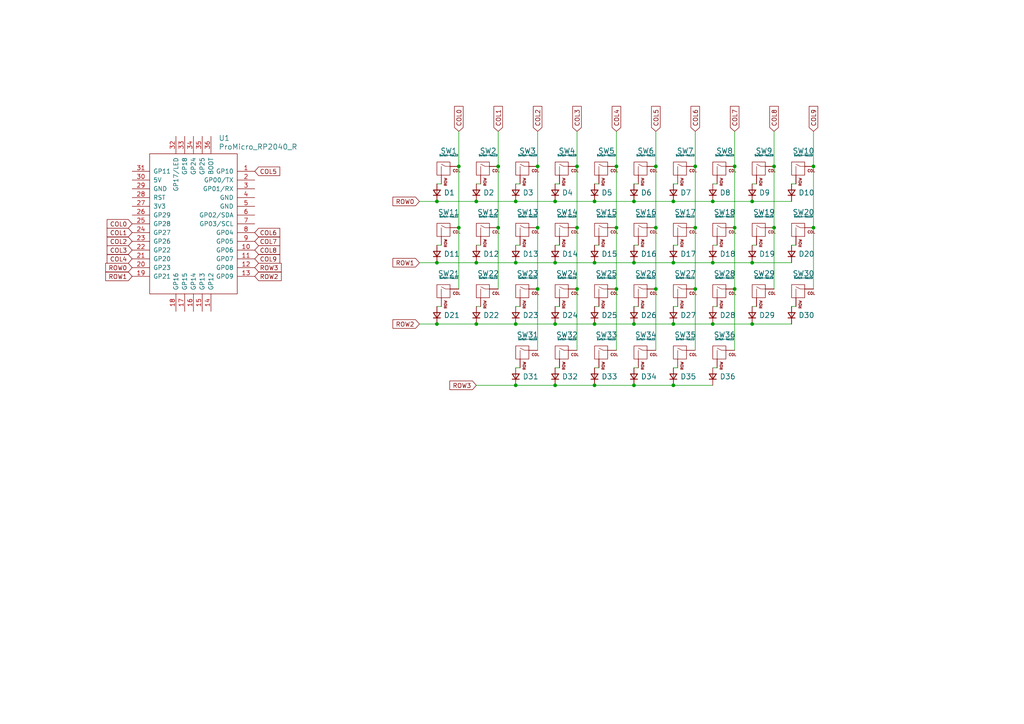
<source format=kicad_sch>
(kicad_sch (version 20230121) (generator eeschema)
  (paper "A4")
  (lib_symbols
    (symbol "KBD:Diode" (pin_numbers hide) (pin_names (offset 1.016) hide)
      (property "Reference" "D" (at -3.81 -1.27 90))
      (symbol "Diode_0_1"
        (polyline (pts (xy -0.762 -2.286) (xy -0.762 -0.254)) (stroke (width 0.254)))
        (polyline (pts (xy -0.762 -1.27) (xy 0.762 -1.27)))
        (polyline (pts (xy 0.762 -2.286) (xy -0.762 -1.27) (xy 0.762 -0.254) (xy 0.762 -2.286)) (stroke (width 0.254)))
      )
      (symbol "Diode_1_1"
        (pin passive line (at -2.54 -1.27 0) (length 1.778) (name "K") (number "1"))
        (pin passive line (at 2.54 -1.27 180) (length 1.778) (name "A") (number "2"))
      )
    )
    (symbol "KBD:ProMicro_RP2040_R" (pin_names (offset 1.016))
      (property "Reference" "U" (at 0 27.94 0))
      (property "Value" "ProMicro_RP2040_R" (at 0 -29.21 0))
      (symbol "ProMicro_RP2040_R_0_1"
        (rectangle (start -12.7 -20.32) (end 12.7 20.32))
      )
      (symbol "ProMicro_RP2040_R_1_1"
        (pin bidirectional line (at 17.78 15.24 180) (length 5.08) (name "GP10") (number "1"))
        (pin bidirectional line (at 17.78 -7.62 180) (length 5.08) (name "GP06") (number "10"))
        (pin bidirectional line (at 17.78 -10.16 180) (length 5.08) (name "GP07") (number "11"))
        (pin bidirectional line (at 17.78 -12.7 180) (length 5.08) (name "GP08") (number "12"))
        (pin bidirectional line (at 17.78 -15.24 180) (length 5.08) (name "GP09") (number "13"))
        (pin bidirectional line (at 5.08 -25.4 90) (length 5.08) (name "GP12") (number "14"))
        (pin bidirectional line (at 2.54 -25.4 90) (length 5.08) (name "GP13") (number "15"))
        (pin bidirectional line (at 0 -25.4 90) (length 5.08) (name "GP14") (number "16"))
        (pin bidirectional line (at -2.54 -25.4 90) (length 5.08) (name "GP15") (number "17"))
        (pin bidirectional line (at -5.08 -25.4 90) (length 5.08) (name "GP16") (number "18"))
        (pin bidirectional line (at -17.78 -15.24 0) (length 5.08) (name "GP21") (number "19"))
        (pin bidirectional line (at 17.78 12.7 180) (length 5.08) (name "GP00/TX") (number "2"))
        (pin bidirectional line (at -17.78 -12.7 0) (length 5.08) (name "GP23") (number "20"))
        (pin bidirectional line (at -17.78 -10.16 0) (length 5.08) (name "GP20") (number "21"))
        (pin bidirectional line (at -17.78 -7.62 0) (length 5.08) (name "GP22") (number "22"))
        (pin bidirectional line (at -17.78 -5.08 0) (length 5.08) (name "GP26") (number "23"))
        (pin bidirectional line (at -17.78 -2.54 0) (length 5.08) (name "GP27") (number "24"))
        (pin bidirectional line (at -17.78 0 0) (length 5.08) (name "GP28") (number "25"))
        (pin bidirectional line (at -17.78 2.54 0) (length 5.08) (name "GP29") (number "26"))
        (pin power_in line (at -17.78 5.08 0) (length 5.08) (name "3V3") (number "27"))
        (pin input line (at -17.78 7.62 0) (length 5.08) (name "RST") (number "28"))
        (pin power_in line (at -17.78 10.16 0) (length 5.08) (name "GND") (number "29"))
        (pin bidirectional line (at 17.78 10.16 180) (length 5.08) (name "GP01/RX") (number "3"))
        (pin power_out line (at -17.78 12.7 0) (length 5.08) (name "5V") (number "30"))
        (pin power_out line (at -17.78 15.24 0) (length 5.08) (name "GP11") (number "31"))
        (pin bidirectional line (at -5.08 25.4 270) (length 5.08) (name "GP17/LED") (number "32"))
        (pin bidirectional line (at -2.54 25.4 270) (length 5.08) (name "GP18") (number "33"))
        (pin bidirectional line (at 0 25.4 270) (length 5.08) (name "GP24") (number "34"))
        (pin bidirectional line (at 2.54 25.4 270) (length 5.08) (name "GP25") (number "35"))
        (pin bidirectional line (at 5.08 25.4 270) (length 5.08) (name "BOOT") (number "36"))
        (pin power_in line (at 17.78 7.62 180) (length 5.08) (name "GND") (number "4"))
        (pin power_in line (at 17.78 5.08 180) (length 5.08) (name "GND") (number "5"))
        (pin bidirectional line (at 17.78 2.54 180) (length 5.08) (name "GP02/SDA") (number "6"))
        (pin bidirectional line (at 17.78 0 180) (length 5.08) (name "GP03/SCL") (number "7"))
        (pin bidirectional line (at 17.78 -2.54 180) (length 5.08) (name "GP04") (number "8"))
        (pin bidirectional line (at 17.78 -5.08 180) (length 5.08) (name "GP05") (number "9"))
      )
    )
    (symbol "KBD:Switch-NoLED" (pin_names (offset 1.016))
      (property "Reference" "SW" (at -0.635 3.81 0))
      (property "Value" "Switch-NoLED" (at -0.635 1.27 0))
      (symbol "Switch-NoLED_0_0"
        (rectangle (start -2.54 2.54) (end 1.27 -1.27))
        (polyline (pts (xy -1.27 -1.27) (xy -1.27 1.27)) (stroke (width 0.127)))
        (polyline (pts (xy 1.27 1.27) (xy 0 1.27) (xy -1.27 1.905)) (stroke (width 0.127)))
        (text "COL" (at 3.175 0 0) (effects (font (size 0.762 0.762))))
        (text "ROW" (at 0 -1.905 900) (effects (font (size 0.762 0.762)) (justify right)))
      )
      (symbol "Switch-NoLED_1_1"
        (pin passive line (at 3.81 1.27 180) (length 2.54) (name "COL") (number "1"))
        (pin passive line (at -1.27 -3.81 90) (length 2.54) (name "ROW") (number "2"))
      )
    )
  )
  (junction (at 178.7906 83.82))
  (junction (at 195.3006 111.76))
  (junction (at 161.0106 76.2))
  (junction (at 155.9306 83.82))
  (junction (at 190.2206 66.04))
  (junction (at 183.8706 111.76))
  (junction (at 167.3606 83.82))
  (junction (at 155.9306 48.26))
  (junction (at 172.4406 93.98))
  (junction (at 155.9306 66.04))
  (junction (at 161.0106 111.76))
  (junction (at 167.3606 66.04))
  (junction (at 235.9406 66.04))
  (junction (at 178.7906 48.26))
  (junction (at 195.3006 58.42))
  (junction (at 178.7906 66.04))
  (junction (at 183.8706 76.2))
  (junction (at 183.8706 93.98))
  (junction (at 138.1506 58.42))
  (junction (at 144.5006 48.26))
  (junction (at 172.4406 76.2))
  (junction (at 206.7306 93.98))
  (junction (at 213.0806 83.82))
  (junction (at 133.0706 66.04))
  (junction (at 138.1506 76.2))
  (junction (at 201.6506 83.82))
  (junction (at 218.1606 76.2))
  (junction (at 161.0106 93.98))
  (junction (at 206.7306 58.42))
  (junction (at 195.3006 93.98))
  (junction (at 149.5806 58.42))
  (junction (at 213.0806 48.26))
  (junction (at 218.1606 93.98))
  (junction (at 133.0706 48.26))
  (junction (at 149.5806 93.98))
  (junction (at 138.1506 93.98))
  (junction (at 126.7206 93.98))
  (junction (at 172.4406 111.76))
  (junction (at 190.2206 83.82))
  (junction (at 149.5806 111.76))
  (junction (at 190.2206 48.26))
  (junction (at 183.8706 58.42))
  (junction (at 144.5006 66.04))
  (junction (at 161.0106 58.42))
  (junction (at 126.7206 58.42))
  (junction (at 206.7306 76.2))
  (junction (at 213.0806 66.04))
  (junction (at 172.4406 58.42))
  (junction (at 167.3606 48.26))
  (junction (at 224.5106 66.04))
  (junction (at 235.9406 48.26))
  (junction (at 149.5806 76.2))
  (junction (at 195.3006 76.2))
  (junction (at 126.7206 76.2))
  (junction (at 201.6506 48.26))
  (junction (at 224.5106 48.26))
  (junction (at 218.1606 58.42))
  (junction (at 201.6506 66.04))
  (wire (pts (xy 190.2206 83.82) (xy 190.2206 101.6)))
  (wire (pts (xy 144.5006 48.26) (xy 144.5006 66.04)))
  (wire (pts (xy 149.5806 93.98) (xy 161.0106 93.98)))
  (wire (pts (xy 161.0106 76.2) (xy 172.4406 76.2)))
  (wire (pts (xy 218.1606 88.9) (xy 219.4306 88.9)))
  (wire (pts (xy 121.6406 58.42) (xy 126.7206 58.42)))
  (wire (pts (xy 149.5806 71.12) (xy 150.8506 71.12)))
  (wire (pts (xy 133.0706 66.04) (xy 133.0706 83.82)))
  (wire (pts (xy 235.9406 38.1) (xy 235.9406 48.26)))
  (wire (pts (xy 161.0106 111.76) (xy 172.4406 111.76)))
  (wire (pts (xy 195.3006 58.42) (xy 206.7306 58.42)))
  (wire (pts (xy 183.8706 76.2) (xy 195.3006 76.2)))
  (wire (pts (xy 213.0806 83.82) (xy 213.0806 101.6)))
  (wire (pts (xy 190.2206 66.04) (xy 190.2206 83.82)))
  (wire (pts (xy 201.6506 48.26) (xy 201.6506 66.04)))
  (wire (pts (xy 195.3006 71.12) (xy 196.5706 71.12)))
  (wire (pts (xy 218.1606 58.42) (xy 229.5906 58.42)))
  (wire (pts (xy 138.1506 93.98) (xy 149.5806 93.98)))
  (wire (pts (xy 155.9306 66.04) (xy 155.9306 83.82)))
  (wire (pts (xy 161.0106 71.12) (xy 162.2806 71.12)))
  (wire (pts (xy 138.1506 58.42) (xy 149.5806 58.42)))
  (wire (pts (xy 213.0806 48.26) (xy 213.0806 66.04)))
  (wire (pts (xy 218.1606 53.34) (xy 219.4306 53.34)))
  (wire (pts (xy 172.4406 88.9) (xy 173.7106 88.9)))
  (wire (pts (xy 126.7206 58.42) (xy 138.1506 58.42)))
  (wire (pts (xy 195.3006 76.2) (xy 206.7306 76.2)))
  (wire (pts (xy 126.7206 88.9) (xy 127.9906 88.9)))
  (wire (pts (xy 161.0106 53.34) (xy 162.2806 53.34)))
  (wire (pts (xy 155.9306 38.1) (xy 155.9306 48.26)))
  (wire (pts (xy 121.6406 76.2) (xy 126.7206 76.2)))
  (wire (pts (xy 190.2206 48.26) (xy 190.2206 66.04)))
  (wire (pts (xy 218.1606 76.2) (xy 229.5906 76.2)))
  (wire (pts (xy 161.0106 106.68) (xy 162.2806 106.68)))
  (wire (pts (xy 149.5806 111.76) (xy 161.0106 111.76)))
  (wire (pts (xy 183.8706 53.34) (xy 185.1406 53.34)))
  (wire (pts (xy 133.0706 38.1) (xy 133.0706 48.26)))
  (wire (pts (xy 213.0806 38.1) (xy 213.0806 48.26)))
  (wire (pts (xy 201.6506 66.04) (xy 201.6506 83.82)))
  (wire (pts (xy 224.5106 66.04) (xy 224.5106 83.82)))
  (wire (pts (xy 183.8706 71.12) (xy 185.1406 71.12)))
  (wire (pts (xy 149.5806 88.9) (xy 150.8506 88.9)))
  (wire (pts (xy 218.1606 71.12) (xy 219.4306 71.12)))
  (wire (pts (xy 126.7206 93.98) (xy 138.1506 93.98)))
  (wire (pts (xy 206.7306 88.9) (xy 208.0006 88.9)))
  (wire (pts (xy 206.7306 71.12) (xy 208.0006 71.12)))
  (wire (pts (xy 167.3606 83.82) (xy 167.3606 101.6)))
  (wire (pts (xy 206.7306 93.98) (xy 218.1606 93.98)))
  (wire (pts (xy 144.5006 66.04) (xy 144.5006 83.82)))
  (wire (pts (xy 178.7906 83.82) (xy 178.7906 101.6)))
  (wire (pts (xy 167.3606 48.26) (xy 167.3606 66.04)))
  (wire (pts (xy 224.5106 48.26) (xy 224.5106 66.04)))
  (wire (pts (xy 172.4406 76.2) (xy 183.8706 76.2)))
  (wire (pts (xy 144.5006 38.1) (xy 144.5006 48.26)))
  (wire (pts (xy 138.1506 53.34) (xy 139.4206 53.34)))
  (wire (pts (xy 195.3006 93.98) (xy 206.7306 93.98)))
  (wire (pts (xy 206.7306 106.68) (xy 208.0006 106.68)))
  (wire (pts (xy 229.5906 88.9) (xy 230.8606 88.9)))
  (wire (pts (xy 161.0106 58.42) (xy 172.4406 58.42)))
  (wire (pts (xy 172.4406 111.76) (xy 183.8706 111.76)))
  (wire (pts (xy 126.7206 76.2) (xy 138.1506 76.2)))
  (wire (pts (xy 183.8706 88.9) (xy 185.1406 88.9)))
  (wire (pts (xy 126.7206 71.12) (xy 127.9906 71.12)))
  (wire (pts (xy 190.2206 38.1) (xy 190.2206 48.26)))
  (wire (pts (xy 178.7906 48.26) (xy 178.7906 66.04)))
  (wire (pts (xy 218.1606 93.98) (xy 229.5906 93.98)))
  (wire (pts (xy 201.6506 38.1) (xy 201.6506 48.26)))
  (wire (pts (xy 138.1506 111.76) (xy 149.5806 111.76)))
  (wire (pts (xy 206.7306 76.2) (xy 218.1606 76.2)))
  (wire (pts (xy 195.3006 111.76) (xy 206.7306 111.76)))
  (wire (pts (xy 183.8706 106.68) (xy 185.1406 106.68)))
  (wire (pts (xy 167.3606 66.04) (xy 167.3606 83.82)))
  (wire (pts (xy 178.7906 66.04) (xy 178.7906 83.82)))
  (wire (pts (xy 172.4406 93.98) (xy 183.8706 93.98)))
  (wire (pts (xy 161.0106 93.98) (xy 172.4406 93.98)))
  (wire (pts (xy 149.5806 58.42) (xy 161.0106 58.42)))
  (wire (pts (xy 172.4406 58.42) (xy 183.8706 58.42)))
  (wire (pts (xy 235.9406 48.26) (xy 235.9406 66.04)))
  (wire (pts (xy 155.9306 48.26) (xy 155.9306 66.04)))
  (wire (pts (xy 213.0806 66.04) (xy 213.0806 83.82)))
  (wire (pts (xy 138.1506 71.12) (xy 139.4206 71.12)))
  (wire (pts (xy 201.6506 83.82) (xy 201.6506 101.6)))
  (wire (pts (xy 126.7206 53.34) (xy 127.9906 53.34)))
  (wire (pts (xy 172.4406 71.12) (xy 173.7106 71.12)))
  (wire (pts (xy 121.6406 93.98) (xy 126.7206 93.98)))
  (wire (pts (xy 183.8706 93.98) (xy 195.3006 93.98)))
  (wire (pts (xy 161.0106 88.9) (xy 162.2806 88.9)))
  (wire (pts (xy 172.4406 53.34) (xy 173.7106 53.34)))
  (wire (pts (xy 206.7306 58.42) (xy 218.1606 58.42)))
  (wire (pts (xy 224.5106 38.1) (xy 224.5106 48.26)))
  (wire (pts (xy 183.8706 58.42) (xy 195.3006 58.42)))
  (wire (pts (xy 155.9306 83.82) (xy 155.9306 101.6)))
  (wire (pts (xy 167.3606 38.1) (xy 167.3606 48.26)))
  (wire (pts (xy 149.5806 106.68) (xy 150.8506 106.68)))
  (wire (pts (xy 229.5906 71.12) (xy 230.8606 71.12)))
  (wire (pts (xy 183.8706 111.76) (xy 195.3006 111.76)))
  (wire (pts (xy 195.3006 88.9) (xy 196.5706 88.9)))
  (wire (pts (xy 178.7906 38.1) (xy 178.7906 48.26)))
  (wire (pts (xy 138.1506 88.9) (xy 139.4206 88.9)))
  (wire (pts (xy 172.4406 106.68) (xy 173.7106 106.68)))
  (wire (pts (xy 149.5806 76.2) (xy 161.0106 76.2)))
  (wire (pts (xy 138.1506 76.2) (xy 149.5806 76.2)))
  (wire (pts (xy 235.9406 66.04) (xy 235.9406 83.82)))
  (wire (pts (xy 133.0706 48.26) (xy 133.0706 66.04)))
  (wire (pts (xy 229.5906 53.34) (xy 230.8606 53.34)))
  (wire (pts (xy 149.5806 53.34) (xy 150.8506 53.34)))
  (wire (pts (xy 195.3006 53.34) (xy 196.5706 53.34)))
  (wire (pts (xy 206.7306 53.34) (xy 208.0006 53.34)))
  (wire (pts (xy 195.3006 106.68) (xy 196.5706 106.68)))
  (global_label "ROW0" (shape input) (at 38.3286 77.6224 180) (property "Intersheetrefs" "${INTERSHEET_REFS}" (effects hide)))
  (global_label "ROW1" (shape input) (at 38.3286 80.1624 180) (property "Intersheetrefs" "${INTERSHEET_REFS}" (effects hide)))
  (global_label "COL3" (shape input) (at 38.3286 72.5424 180) (property "Intersheetrefs" "${INTERSHEET_REFS}" (effects hide)))
  (global_label "ROW0" (shape input) (at 121.6406 58.42 180) (property "Intersheetrefs" "${INTERSHEET_REFS}" (effects hide)))
  (global_label "ROW2" (shape input) (at 73.8886 80.1624 0) (property "Intersheetrefs" "${INTERSHEET_REFS}" (effects hide)))
  (global_label "COL0" (shape input) (at 133.0706 38.1 90) (property "Intersheetrefs" "${INTERSHEET_REFS}" (effects hide)))
  (global_label "COL1" (shape input) (at 144.5006 38.1 90) (property "Intersheetrefs" "${INTERSHEET_REFS}" (effects hide)))
  (global_label "COL3" (shape input) (at 167.3606 38.1 90) (property "Intersheetrefs" "${INTERSHEET_REFS}" (effects hide)))
  (global_label "COL5" (shape input) (at 73.8886 49.6824 0) (property "Intersheetrefs" "${INTERSHEET_REFS}" (effects hide)))
  (global_label "ROW2" (shape input) (at 121.6406 93.98 180) (property "Intersheetrefs" "${INTERSHEET_REFS}" (effects hide)))
  (global_label "COL5" (shape input) (at 190.2206 38.1 90) (property "Intersheetrefs" "${INTERSHEET_REFS}" (effects hide)))
  (global_label "COL8" (shape input) (at 224.5106 38.1 90) (property "Intersheetrefs" "${INTERSHEET_REFS}" (effects hide)))
  (global_label "COL4" (shape input) (at 38.3286 75.0824 180) (property "Intersheetrefs" "${INTERSHEET_REFS}" (effects hide)))
  (global_label "COL8" (shape input) (at 73.8886 72.5424 0) (property "Intersheetrefs" "${INTERSHEET_REFS}" (effects hide)))
  (global_label "COL2" (shape input) (at 155.9306 38.1 90) (property "Intersheetrefs" "${INTERSHEET_REFS}" (effects hide)))
  (global_label "COL9" (shape input) (at 73.8886 75.0824 0) (property "Intersheetrefs" "${INTERSHEET_REFS}" (effects hide)))
  (global_label "ROW3" (shape input) (at 73.8886 77.6224 0) (property "Intersheetrefs" "${INTERSHEET_REFS}" (effects hide)))
  (global_label "COL6" (shape input) (at 201.6506 38.1 90) (property "Intersheetrefs" "${INTERSHEET_REFS}" (effects hide)))
  (global_label "COL9" (shape input) (at 235.9406 38.1 90) (property "Intersheetrefs" "${INTERSHEET_REFS}" (effects hide)))
  (global_label "COL2" (shape input) (at 38.3286 70.0024 180) (property "Intersheetrefs" "${INTERSHEET_REFS}" (effects hide)))
  (global_label "ROW3" (shape input) (at 138.1506 111.76 180) (property "Intersheetrefs" "${INTERSHEET_REFS}" (effects hide)))
  (global_label "ROW1" (shape input) (at 121.6406 76.2 180) (property "Intersheetrefs" "${INTERSHEET_REFS}" (effects hide)))
  (global_label "COL7" (shape input) (at 73.8886 70.0024 0) (property "Intersheetrefs" "${INTERSHEET_REFS}" (effects hide)))
  (global_label "COL4" (shape input) (at 178.7906 38.1 90) (property "Intersheetrefs" "${INTERSHEET_REFS}" (effects hide)))
  (global_label "COL6" (shape input) (at 73.8886 67.4624 0) (property "Intersheetrefs" "${INTERSHEET_REFS}" (effects hide)))
  (global_label "COL7" (shape input) (at 213.0806 38.1 90) (property "Intersheetrefs" "${INTERSHEET_REFS}" (effects hide)))
  (global_label "COL0" (shape input) (at 38.3286 64.9224 180) (property "Intersheetrefs" "${INTERSHEET_REFS}" (effects hide)))
  (global_label "COL1" (shape input) (at 38.3286 67.4624 180) (property "Intersheetrefs" "${INTERSHEET_REFS}" (effects hide)))
  (symbol (lib_id "KBD:Diode") (at 148.3106 55.88 90) (unit 1)
    (property "Reference" "D3" (at 151.5618 55.88 90) (effects (font (size 1.524 1.524)) (justify right)))
    (property "Value" "Diode" (effects hide))
    (property "Footprint" "KBD:D3_SMD" (effects hide))
  )
  (symbol (lib_id "KBD:Diode") (at 216.8906 55.88 90) (unit 1)
    (property "Reference" "D9" (at 220.1418 55.88 90) (effects (font (size 1.524 1.524)) (justify right)))
    (property "Value" "Diode" (effects hide))
    (property "Footprint" "KBD:D3_SMD" (effects hide))
  )
  (symbol (lib_id "KBD:Switch-NoLED") (at 186.4106 85.09 0) (unit 1)
    (property "Reference" "SW26" (at 187.3058 79.3242 0) (effects (font (size 1.524 1.524))))
    (property "Value" "Switch-NoLED" (at 187.3058 80.5942 0) (effects (font (size 0.508 0.508))))
    (property "Footprint" "KBD:SW_Gateron_LowProfile_HotSwap_PTH" (effects hide))
  )
  (symbol (lib_id "KBD:Diode") (at 182.6006 109.22 90) (unit 1)
    (property "Reference" "D34" (at 185.8518 109.22 90) (effects (font (size 1.524 1.524)) (justify right)))
    (property "Value" "Diode" (effects hide))
    (property "Footprint" "KBD:D3_SMD" (effects hide))
  )
  (symbol (lib_id "KBD:Switch-NoLED") (at 174.9806 85.09 0) (unit 1)
    (property "Reference" "SW25" (at 175.8758 79.3242 0) (effects (font (size 1.524 1.524))))
    (property "Value" "Switch-NoLED" (at 175.8758 80.5942 0) (effects (font (size 0.508 0.508))))
    (property "Footprint" "KBD:SW_Gateron_LowProfile_HotSwap_PTH" (effects hide))
  )
  (symbol (lib_id "KBD:Diode") (at 228.3206 91.44 90) (unit 1)
    (property "Reference" "D30" (at 231.5718 91.44 90) (effects (font (size 1.524 1.524)) (justify right)))
    (property "Value" "Diode" (effects hide))
    (property "Footprint" "KBD:D3_SMD" (effects hide))
  )
  (symbol (lib_id "KBD:Switch-NoLED") (at 209.2706 102.87 0) (unit 1)
    (property "Reference" "SW36" (at 210.1658 97.1042 0) (effects (font (size 1.524 1.524))))
    (property "Value" "Switch-NoLED" (at 210.1658 98.3742 0) (effects (font (size 0.508 0.508))))
    (property "Footprint" "KBD:SW_Gateron_LowProfile_HotSwap_PTH" (effects hide))
  )
  (symbol (lib_id "KBD:Diode") (at 171.1706 73.66 90) (unit 1)
    (property "Reference" "D15" (at 174.4218 73.66 90) (effects (font (size 1.524 1.524)) (justify right)))
    (property "Value" "Diode" (effects hide))
    (property "Footprint" "KBD:D3_SMD" (effects hide))
  )
  (symbol (lib_id "KBD:Diode") (at 159.7406 91.44 90) (unit 1)
    (property "Reference" "D24" (at 162.9918 91.44 90) (effects (font (size 1.524 1.524)) (justify right)))
    (property "Value" "Diode" (effects hide))
    (property "Footprint" "KBD:D3_SMD" (effects hide))
  )
  (symbol (lib_id "KBD:Switch-NoLED") (at 163.5506 85.09 0) (unit 1)
    (property "Reference" "SW24" (at 164.4458 79.3242 0) (effects (font (size 1.524 1.524))))
    (property "Value" "Switch-NoLED" (at 164.4458 80.5942 0) (effects (font (size 0.508 0.508))))
    (property "Footprint" "KBD:SW_Gateron_LowProfile_HotSwap_PTH" (effects hide))
  )
  (symbol (lib_id "KBD:Switch-NoLED") (at 209.2706 67.31 0) (unit 1)
    (property "Reference" "SW18" (at 210.1658 61.5442 0) (effects (font (size 1.524 1.524))))
    (property "Value" "Switch-NoLED" (at 210.1658 62.8142 0) (effects (font (size 0.508 0.508))))
    (property "Footprint" "KBD:SW_Gateron_LowProfile_HotSwap_PTH" (effects hide))
  )
  (symbol (lib_id "KBD:Diode") (at 125.4506 55.88 90) (unit 1)
    (property "Reference" "D1" (at 128.7018 55.88 90) (effects (font (size 1.524 1.524)) (justify right)))
    (property "Value" "Diode" (effects hide))
    (property "Footprint" "KBD:D3_SMD" (effects hide))
  )
  (symbol (lib_id "KBD:Diode") (at 182.6006 73.66 90) (unit 1)
    (property "Reference" "D16" (at 185.8518 73.66 90) (effects (font (size 1.524 1.524)) (justify right)))
    (property "Value" "Diode" (effects hide))
    (property "Footprint" "KBD:D3_SMD" (effects hide))
  )
  (symbol (lib_id "KBD:Diode") (at 205.4606 55.88 90) (unit 1)
    (property "Reference" "D8" (at 208.7118 55.88 90) (effects (font (size 1.524 1.524)) (justify right)))
    (property "Value" "Diode" (effects hide))
    (property "Footprint" "KBD:D3_SMD" (effects hide))
  )
  (symbol (lib_id "KBD:Switch-NoLED") (at 152.1206 85.09 0) (unit 1)
    (property "Reference" "SW23" (at 153.0158 79.3242 0) (effects (font (size 1.524 1.524))))
    (property "Value" "Switch-NoLED" (at 153.0158 80.5942 0) (effects (font (size 0.508 0.508))))
    (property "Footprint" "KBD:SW_Gateron_LowProfile_HotSwap_PTH" (effects hide))
  )
  (symbol (lib_id "KBD:Switch-NoLED") (at 140.6906 67.31 0) (unit 1)
    (property "Reference" "SW12" (at 141.5858 61.5442 0) (effects (font (size 1.524 1.524))))
    (property "Value" "Switch-NoLED" (at 141.5858 62.8142 0) (effects (font (size 0.508 0.508))))
    (property "Footprint" "KBD:SW_Gateron_LowProfile_HotSwap_PTH" (effects hide))
  )
  (symbol (lib_id "KBD:Diode") (at 228.3206 55.88 90) (unit 1)
    (property "Reference" "D10" (at 231.5718 55.88 90) (effects (font (size 1.524 1.524)) (justify right)))
    (property "Value" "Diode" (effects hide))
    (property "Footprint" "KBD:D3_SMD" (effects hide))
  )
  (symbol (lib_id "KBD:Diode") (at 136.8806 91.44 90) (unit 1)
    (property "Reference" "D22" (at 140.1318 91.44 90) (effects (font (size 1.524 1.524)) (justify right)))
    (property "Value" "Diode" (effects hide))
    (property "Footprint" "KBD:D3_SMD" (effects hide))
  )
  (symbol (lib_id "KBD:Diode") (at 216.8906 91.44 90) (unit 1)
    (property "Reference" "D29" (at 220.1418 91.44 90) (effects (font (size 1.524 1.524)) (justify right)))
    (property "Value" "Diode" (effects hide))
    (property "Footprint" "KBD:D3_SMD" (effects hide))
  )
  (symbol (lib_id "KBD:Diode") (at 182.6006 55.88 90) (unit 1)
    (property "Reference" "D6" (at 185.8518 55.88 90) (effects (font (size 1.524 1.524)) (justify right)))
    (property "Value" "Diode" (effects hide))
    (property "Footprint" "KBD:D3_SMD" (effects hide))
  )
  (symbol (lib_id "KBD:Switch-NoLED") (at 220.7006 85.09 0) (unit 1)
    (property "Reference" "SW29" (at 221.5958 79.3242 0) (effects (font (size 1.524 1.524))))
    (property "Value" "Switch-NoLED" (at 221.5958 80.5942 0) (effects (font (size 0.508 0.508))))
    (property "Footprint" "KBD:SW_Gateron_LowProfile_HotSwap_PTH" (effects hide))
  )
  (symbol (lib_id "KBD:Switch-NoLED") (at 220.7006 67.31 0) (unit 1)
    (property "Reference" "SW19" (at 221.5958 61.5442 0) (effects (font (size 1.524 1.524))))
    (property "Value" "Switch-NoLED" (at 221.5958 62.8142 0) (effects (font (size 0.508 0.508))))
    (property "Footprint" "KBD:SW_Gateron_LowProfile_HotSwap_PTH" (effects hide))
  )
  (symbol (lib_id "KBD:Diode") (at 194.0306 109.22 90) (unit 1)
    (property "Reference" "D35" (at 197.2818 109.22 90) (effects (font (size 1.524 1.524)) (justify right)))
    (property "Value" "Diode" (effects hide))
    (property "Footprint" "KBD:D3_SMD" (effects hide))
  )
  (symbol (lib_id "KBD:Diode") (at 159.7406 55.88 90) (unit 1)
    (property "Reference" "D4" (at 162.9918 55.88 90) (effects (font (size 1.524 1.524)) (justify right)))
    (property "Value" "Diode" (effects hide))
    (property "Footprint" "KBD:D3_SMD" (effects hide))
  )
  (symbol (lib_id "KBD:Switch-NoLED") (at 232.1306 67.31 0) (unit 1)
    (property "Reference" "SW20" (at 233.0258 61.5442 0) (effects (font (size 1.524 1.524))))
    (property "Value" "Switch-NoLED" (at 233.0258 62.8142 0) (effects (font (size 0.508 0.508))))
    (property "Footprint" "KBD:SW_Gateron_LowProfile_HotSwap_PTH" (effects hide))
  )
  (symbol (lib_id "KBD:Diode") (at 216.8906 73.66 90) (unit 1)
    (property "Reference" "D19" (at 220.1418 73.66 90) (effects (font (size 1.524 1.524)) (justify right)))
    (property "Value" "Diode" (effects hide))
    (property "Footprint" "KBD:D3_SMD" (effects hide))
  )
  (symbol (lib_id "KBD:Switch-NoLED") (at 174.9806 67.31 0) (unit 1)
    (property "Reference" "SW15" (at 175.8758 61.5442 0) (effects (font (size 1.524 1.524))))
    (property "Value" "Switch-NoLED" (at 175.8758 62.8142 0) (effects (font (size 0.508 0.508))))
    (property "Footprint" "KBD:SW_Gateron_LowProfile_HotSwap_PTH" (effects hide))
  )
  (symbol (lib_id "KBD:Diode") (at 136.8806 55.88 90) (unit 1)
    (property "Reference" "D2" (at 140.1318 55.88 90) (effects (font (size 1.524 1.524)) (justify right)))
    (property "Value" "Diode" (effects hide))
    (property "Footprint" "KBD:D3_SMD" (effects hide))
  )
  (symbol (lib_id "KBD:Switch-NoLED") (at 163.5506 67.31 0) (unit 1)
    (property "Reference" "SW14" (at 164.4458 61.5442 0) (effects (font (size 1.524 1.524))))
    (property "Value" "Switch-NoLED" (at 164.4458 62.8142 0) (effects (font (size 0.508 0.508))))
    (property "Footprint" "KBD:SW_Gateron_LowProfile_HotSwap_PTH" (effects hide))
  )
  (symbol (lib_id "KBD:Diode") (at 194.0306 73.66 90) (unit 1)
    (property "Reference" "D17" (at 197.2818 73.66 90) (effects (font (size 1.524 1.524)) (justify right)))
    (property "Value" "Diode" (effects hide))
    (property "Footprint" "KBD:D3_SMD" (effects hide))
  )
  (symbol (lib_id "KBD:Switch-NoLED") (at 129.2606 67.31 0) (unit 1)
    (property "Reference" "SW11" (at 130.1558 61.5442 0) (effects (font (size 1.524 1.524))))
    (property "Value" "Switch-NoLED" (at 130.1558 62.8142 0) (effects (font (size 0.508 0.508))))
    (property "Footprint" "KBD:SW_Gateron_LowProfile_HotSwap_PTH" (effects hide))
  )
  (symbol (lib_id "KBD:Switch-NoLED") (at 186.4106 102.87 0) (unit 1)
    (property "Reference" "SW34" (at 187.3058 97.1042 0) (effects (font (size 1.524 1.524))))
    (property "Value" "Switch-NoLED" (at 187.3058 98.3742 0) (effects (font (size 0.508 0.508))))
    (property "Footprint" "KBD:SW_Gateron_LowProfile_HotSwap_PTH" (effects hide))
  )
  (symbol (lib_id "KBD:Diode") (at 205.4606 109.22 90) (unit 1)
    (property "Reference" "D36" (at 208.7118 109.22 90) (effects (font (size 1.524 1.524)) (justify right)))
    (property "Value" "Diode" (effects hide))
    (property "Footprint" "KBD:D3_SMD" (effects hide))
  )
  (symbol (lib_id "KBD:ProMicro_RP2040_R") (at 56.1086 64.9224 0) (unit 1)
    (property "Reference" "U1" (at 63.3827 40.0558 0) (effects (font (size 1.524 1.524)) (justify left)))
    (property "Value" "ProMicro_RP2040_R" (at 63.3827 42.5958 0) (effects (font (size 1.524 1.524)) (justify left)))
    (property "Footprint" "KBD:ProMicro_RP2040_v3.5_R" (effects hide))
  )
  (symbol (lib_id "KBD:Diode") (at 171.1706 91.44 90) (unit 1)
    (property "Reference" "D25" (at 174.4218 91.44 90) (effects (font (size 1.524 1.524)) (justify right)))
    (property "Value" "Diode" (effects hide))
    (property "Footprint" "KBD:D3_SMD" (effects hide))
  )
  (symbol (lib_id "KBD:Diode") (at 125.4506 91.44 90) (unit 1)
    (property "Reference" "D21" (at 128.7018 91.44 90) (effects (font (size 1.524 1.524)) (justify right)))
    (property "Value" "Diode" (effects hide))
    (property "Footprint" "KBD:D3_SMD" (effects hide))
  )
  (symbol (lib_id "KBD:Switch-NoLED") (at 140.6906 85.09 0) (unit 1)
    (property "Reference" "SW22" (at 141.5858 79.3242 0) (effects (font (size 1.524 1.524))))
    (property "Value" "Switch-NoLED" (at 141.5858 80.5942 0) (effects (font (size 0.508 0.508))))
    (property "Footprint" "KBD:SW_Gateron_LowProfile_HotSwap_PTH" (effects hide))
  )
  (symbol (lib_id "KBD:Switch-NoLED") (at 174.9806 102.87 0) (unit 1)
    (property "Reference" "SW33" (at 175.8758 97.1042 0) (effects (font (size 1.524 1.524))))
    (property "Value" "Switch-NoLED" (at 175.8758 98.3742 0) (effects (font (size 0.508 0.508))))
    (property "Footprint" "KBD:SW_Gateron_LowProfile_HotSwap_PTH" (effects hide))
  )
  (symbol (lib_id "KBD:Switch-NoLED") (at 197.8406 67.31 0) (unit 1)
    (property "Reference" "SW17" (at 198.7358 61.5442 0) (effects (font (size 1.524 1.524))))
    (property "Value" "Switch-NoLED" (at 198.7358 62.8142 0) (effects (font (size 0.508 0.508))))
    (property "Footprint" "KBD:SW_Gateron_LowProfile_HotSwap_PTH" (effects hide))
  )
  (symbol (lib_id "KBD:Switch-NoLED") (at 129.2606 49.53 0) (unit 1)
    (property "Reference" "SW1" (at 130.1558 43.7642 0) (effects (font (size 1.524 1.524))))
    (property "Value" "Switch-NoLED" (at 130.1558 45.0342 0) (effects (font (size 0.508 0.508))))
    (property "Footprint" "KBD:SW_Gateron_LowProfile_HotSwap_PTH" (effects hide))
  )
  (symbol (lib_id "KBD:Switch-NoLED") (at 232.1306 85.09 0) (unit 1)
    (property "Reference" "SW30" (at 233.0258 79.3242 0) (effects (font (size 1.524 1.524))))
    (property "Value" "Switch-NoLED" (at 233.0258 80.5942 0) (effects (font (size 0.508 0.508))))
    (property "Footprint" "KBD:SW_Gateron_LowProfile_HotSwap_PTH" (effects hide))
  )
  (symbol (lib_id "KBD:Switch-NoLED") (at 163.5506 102.87 0) (unit 1)
    (property "Reference" "SW32" (at 164.4458 97.1042 0) (effects (font (size 1.524 1.524))))
    (property "Value" "Switch-NoLED" (at 164.4458 98.3742 0) (effects (font (size 0.508 0.508))))
    (property "Footprint" "KBD:SW_Gateron_LowProfile_HotSwap_PTH" (effects hide))
  )
  (symbol (lib_id "KBD:Switch-NoLED") (at 209.2706 49.53 0) (unit 1)
    (property "Reference" "SW8" (at 210.1658 43.7642 0) (effects (font (size 1.524 1.524))))
    (property "Value" "Switch-NoLED" (at 210.1658 45.0342 0) (effects (font (size 0.508 0.508))))
    (property "Footprint" "KBD:SW_Gateron_LowProfile_HotSwap_PTH" (effects hide))
  )
  (symbol (lib_id "KBD:Switch-NoLED") (at 197.8406 85.09 0) (unit 1)
    (property "Reference" "SW27" (at 198.7358 79.3242 0) (effects (font (size 1.524 1.524))))
    (property "Value" "Switch-NoLED" (at 198.7358 80.5942 0) (effects (font (size 0.508 0.508))))
    (property "Footprint" "KBD:SW_Gateron_LowProfile_HotSwap_PTH" (effects hide))
  )
  (symbol (lib_id "KBD:Switch-NoLED") (at 186.4106 49.53 0) (unit 1)
    (property "Reference" "SW6" (at 187.3058 43.7642 0) (effects (font (size 1.524 1.524))))
    (property "Value" "Switch-NoLED" (at 187.3058 45.0342 0) (effects (font (size 0.508 0.508))))
    (property "Footprint" "KBD:SW_Gateron_LowProfile_HotSwap_PTH" (effects hide))
  )
  (symbol (lib_id "KBD:Switch-NoLED") (at 232.1306 49.53 0) (unit 1)
    (property "Reference" "SW10" (at 233.0258 43.7642 0) (effects (font (size 1.524 1.524))))
    (property "Value" "Switch-NoLED" (at 233.0258 45.0342 0) (effects (font (size 0.508 0.508))))
    (property "Footprint" "KBD:SW_Gateron_LowProfile_HotSwap_PTH" (effects hide))
  )
  (symbol (lib_id "KBD:Switch-NoLED") (at 140.6906 49.53 0) (unit 1)
    (property "Reference" "SW2" (at 141.5858 43.7642 0) (effects (font (size 1.524 1.524))))
    (property "Value" "Switch-NoLED" (at 141.5858 45.0342 0) (effects (font (size 0.508 0.508))))
    (property "Footprint" "KBD:SW_Gateron_LowProfile_HotSwap_PTH" (effects hide))
  )
  (symbol (lib_id "KBD:Switch-NoLED") (at 220.7006 49.53 0) (unit 1)
    (property "Reference" "SW9" (at 221.5958 43.7642 0) (effects (font (size 1.524 1.524))))
    (property "Value" "Switch-NoLED" (at 221.5958 45.0342 0) (effects (font (size 0.508 0.508))))
    (property "Footprint" "KBD:SW_Gateron_LowProfile_HotSwap_PTH" (effects hide))
  )
  (symbol (lib_id "KBD:Diode") (at 194.0306 91.44 90) (unit 1)
    (property "Reference" "D27" (at 197.2818 91.44 90) (effects (font (size 1.524 1.524)) (justify right)))
    (property "Value" "Diode" (effects hide))
    (property "Footprint" "KBD:D3_SMD" (effects hide))
  )
  (symbol (lib_id "KBD:Diode") (at 194.0306 55.88 90) (unit 1)
    (property "Reference" "D7" (at 197.2818 55.88 90) (effects (font (size 1.524 1.524)) (justify right)))
    (property "Value" "Diode" (effects hide))
    (property "Footprint" "KBD:D3_SMD" (effects hide))
  )
  (symbol (lib_id "KBD:Diode") (at 205.4606 73.66 90) (unit 1)
    (property "Reference" "D18" (at 208.7118 73.66 90) (effects (font (size 1.524 1.524)) (justify right)))
    (property "Value" "Diode" (effects hide))
    (property "Footprint" "KBD:D3_SMD" (effects hide))
  )
  (symbol (lib_id "KBD:Switch-NoLED") (at 152.1206 67.31 0) (unit 1)
    (property "Reference" "SW13" (at 153.0158 61.5442 0) (effects (font (size 1.524 1.524))))
    (property "Value" "Switch-NoLED" (at 153.0158 62.8142 0) (effects (font (size 0.508 0.508))))
    (property "Footprint" "KBD:SW_Gateron_LowProfile_HotSwap_PTH" (effects hide))
  )
  (symbol (lib_id "KBD:Switch-NoLED") (at 186.4106 67.31 0) (unit 1)
    (property "Reference" "SW16" (at 187.3058 61.5442 0) (effects (font (size 1.524 1.524))))
    (property "Value" "Switch-NoLED" (at 187.3058 62.8142 0) (effects (font (size 0.508 0.508))))
    (property "Footprint" "KBD:SW_Gateron_LowProfile_HotSwap_PTH" (effects hide))
  )
  (symbol (lib_id "KBD:Switch-NoLED") (at 152.1206 49.53 0) (unit 1)
    (property "Reference" "SW3" (at 153.0158 43.7642 0) (effects (font (size 1.524 1.524))))
    (property "Value" "Switch-NoLED" (at 153.0158 45.0342 0) (effects (font (size 0.508 0.508))))
    (property "Footprint" "KBD:SW_Gateron_LowProfile_HotSwap_PTH" (effects hide))
  )
  (symbol (lib_id "KBD:Switch-NoLED") (at 129.2606 85.09 0) (unit 1)
    (property "Reference" "SW21" (at 130.1558 79.3242 0) (effects (font (size 1.524 1.524))))
    (property "Value" "Switch-NoLED" (at 130.1558 80.5942 0) (effects (font (size 0.508 0.508))))
    (property "Footprint" "KBD:SW_Gateron_LowProfile_HotSwap_PTH" (effects hide))
  )
  (symbol (lib_id "KBD:Diode") (at 136.8806 73.66 90) (unit 1)
    (property "Reference" "D12" (at 140.1318 73.66 90) (effects (font (size 1.524 1.524)) (justify right)))
    (property "Value" "Diode" (effects hide))
    (property "Footprint" "KBD:D3_SMD" (effects hide))
  )
  (symbol (lib_id "KBD:Switch-NoLED") (at 174.9806 49.53 0) (unit 1)
    (property "Reference" "SW5" (at 175.8758 43.7642 0) (effects (font (size 1.524 1.524))))
    (property "Value" "Switch-NoLED" (at 175.8758 45.0342 0) (effects (font (size 0.508 0.508))))
    (property "Footprint" "KBD:SW_Gateron_LowProfile_HotSwap_PTH" (effects hide))
  )
  (symbol (lib_id "KBD:Switch-NoLED") (at 209.2706 85.09 0) (unit 1)
    (property "Reference" "SW28" (at 210.1658 79.3242 0) (effects (font (size 1.524 1.524))))
    (property "Value" "Switch-NoLED" (at 210.1658 80.5942 0) (effects (font (size 0.508 0.508))))
    (property "Footprint" "KBD:SW_Gateron_LowProfile_HotSwap_PTH" (effects hide))
  )
  (symbol (lib_id "KBD:Diode") (at 159.7406 109.22 90) (unit 1)
    (property "Reference" "D32" (at 162.9918 109.22 90) (effects (font (size 1.524 1.524)) (justify right)))
    (property "Value" "Diode" (effects hide))
    (property "Footprint" "KBD:D3_SMD" (effects hide))
  )
  (symbol (lib_id "KBD:Diode") (at 171.1706 109.22 90) (unit 1)
    (property "Reference" "D33" (at 174.4218 109.22 90) (effects (font (size 1.524 1.524)) (justify right)))
    (property "Value" "Diode" (effects hide))
    (property "Footprint" "KBD:D3_SMD" (effects hide))
  )
  (symbol (lib_id "KBD:Diode") (at 171.1706 55.88 90) (unit 1)
    (property "Reference" "D5" (at 174.4218 55.88 90) (effects (font (size 1.524 1.524)) (justify right)))
    (property "Value" "Diode" (effects hide))
    (property "Footprint" "KBD:D3_SMD" (effects hide))
  )
  (symbol (lib_id "KBD:Diode") (at 159.7406 73.66 90) (unit 1)
    (property "Reference" "D14" (at 162.9918 73.66 90) (effects (font (size 1.524 1.524)) (justify right)))
    (property "Value" "Diode" (effects hide))
    (property "Footprint" "KBD:D3_SMD" (effects hide))
  )
  (symbol (lib_id "KBD:Diode") (at 148.3106 73.66 90) (unit 1)
    (property "Reference" "D13" (at 151.5618 73.66 90) (effects (font (size 1.524 1.524)) (justify right)))
    (property "Value" "Diode" (effects hide))
    (property "Footprint" "KBD:D3_SMD" (effects hide))
  )
  (symbol (lib_id "KBD:Switch-NoLED") (at 197.8406 49.53 0) (unit 1)
    (property "Reference" "SW7" (at 198.7358 43.7642 0) (effects (font (size 1.524 1.524))))
    (property "Value" "Switch-NoLED" (at 198.7358 45.0342 0) (effects (font (size 0.508 0.508))))
    (property "Footprint" "KBD:SW_Gateron_LowProfile_HotSwap_PTH" (effects hide))
  )
  (symbol (lib_id "KBD:Switch-NoLED") (at 197.8406 102.87 0) (unit 1)
    (property "Reference" "SW35" (at 198.7358 97.1042 0) (effects (font (size 1.524 1.524))))
    (property "Value" "Switch-NoLED" (at 198.7358 98.3742 0) (effects (font (size 0.508 0.508))))
    (property "Footprint" "KBD:SW_Gateron_LowProfile_HotSwap_PTH" (effects hide))
  )
  (symbol (lib_id "KBD:Diode") (at 205.4606 91.44 90) (unit 1)
    (property "Reference" "D28" (at 208.7118 91.44 90) (effects (font (size 1.524 1.524)) (justify right)))
    (property "Value" "Diode" (effects hide))
    (property "Footprint" "KBD:D3_SMD" (effects hide))
  )
  (symbol (lib_id "KBD:Diode") (at 182.6006 91.44 90) (unit 1)
    (property "Reference" "D26" (at 185.8518 91.44 90) (effects (font (size 1.524 1.524)) (justify right)))
    (property "Value" "Diode" (effects hide))
    (property "Footprint" "KBD:D3_SMD" (effects hide))
  )
  (symbol (lib_id "KBD:Diode") (at 148.3106 91.44 90) (unit 1)
    (property "Reference" "D23" (at 151.5618 91.44 90) (effects (font (size 1.524 1.524)) (justify right)))
    (property "Value" "Diode" (effects hide))
    (property "Footprint" "KBD:D3_SMD" (effects hide))
  )
  (symbol (lib_id "KBD:Diode") (at 125.4506 73.66 90) (unit 1)
    (property "Reference" "D11" (at 128.7018 73.66 90) (effects (font (size 1.524 1.524)) (justify right)))
    (property "Value" "Diode" (effects hide))
    (property "Footprint" "KBD:D3_SMD" (effects hide))
  )
  (symbol (lib_id "KBD:Diode") (at 148.3106 109.22 90) (unit 1)
    (property "Reference" "D31" (at 151.5618 109.22 90) (effects (font (size 1.524 1.524)) (justify right)))
    (property "Value" "Diode" (effects hide))
    (property "Footprint" "KBD:D3_SMD" (effects hide))
  )
  (symbol (lib_id "KBD:Switch-NoLED") (at 152.1206 102.87 0) (unit 1)
    (property "Reference" "SW31" (at 153.0158 97.1042 0) (effects (font (size 1.524 1.524))))
    (property "Value" "Switch-NoLED" (at 153.0158 98.3742 0) (effects (font (size 0.508 0.508))))
    (property "Footprint" "KBD:SW_Gateron_LowProfile_HotSwap_PTH" (effects hide))
  )
  (symbol (lib_id "KBD:Diode") (at 228.3206 73.66 90) (unit 1)
    (property "Reference" "D20" (at 231.5718 73.66 90) (effects (font (size 1.524 1.524)) (justify right)))
    (property "Value" "Diode" (effects hide))
    (property "Footprint" "KBD:D3_SMD" (effects hide))
  )
  (symbol (lib_id "KBD:Switch-NoLED") (at 163.5506 49.53 0) (unit 1)
    (property "Reference" "SW4" (at 164.4458 43.7642 0) (effects (font (size 1.524 1.524))))
    (property "Value" "Switch-NoLED" (at 164.4458 45.0342 0) (effects (font (size 0.508 0.508))))
    (property "Footprint" "KBD:SW_Gateron_LowProfile_HotSwap_PTH" (effects hide))
  )
)
</source>
